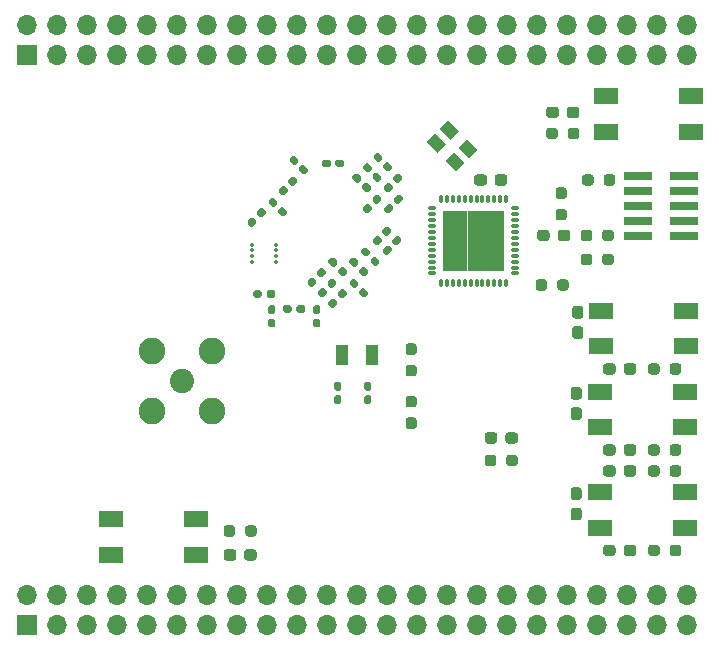
<source format=gbr>
%TF.GenerationSoftware,KiCad,Pcbnew,(5.1.9)-1*%
%TF.CreationDate,2021-09-23T16:30:08-05:00*%
%TF.ProjectId,zigbeeCape,7a696762-6565-4436-9170-652e6b696361,rev?*%
%TF.SameCoordinates,Original*%
%TF.FileFunction,Soldermask,Top*%
%TF.FilePolarity,Negative*%
%FSLAX46Y46*%
G04 Gerber Fmt 4.6, Leading zero omitted, Abs format (unit mm)*
G04 Created by KiCad (PCBNEW (5.1.9)-1) date 2021-09-23 16:30:08*
%MOMM*%
%LPD*%
G01*
G04 APERTURE LIST*
%ADD10C,0.515000*%
%ADD11R,1.030000X1.030000*%
%ADD12O,0.300000X0.750000*%
%ADD13O,0.750000X0.300000*%
%ADD14C,2.050000*%
%ADD15C,2.250000*%
%ADD16R,2.400046X0.739902*%
%ADD17C,0.100000*%
%ADD18R,1.700000X1.700000*%
%ADD19O,1.700000X1.700000*%
%ADD20R,2.000000X1.400000*%
%ADD21O,0.400000X0.300000*%
%ADD22R,1.000000X1.800000*%
G04 APERTURE END LIST*
D10*
%TO.C,U1*%
X43670000Y32400000D03*
X43670000Y33430000D03*
X43670000Y34460000D03*
X43670000Y35490000D03*
X43670000Y36520000D03*
X42640000Y32400000D03*
X42640000Y33430000D03*
X42640000Y34460000D03*
X42640000Y35490000D03*
X42640000Y36520000D03*
X41610000Y32400000D03*
X41610000Y33430000D03*
X41610000Y34460000D03*
X41610000Y35490000D03*
X41610000Y36520000D03*
X40580000Y32400000D03*
X40580000Y33430000D03*
X40580000Y34460000D03*
X40580000Y35490000D03*
X40580000Y36520000D03*
X39550000Y32400000D03*
X39550000Y33430000D03*
X39550000Y34460000D03*
X39550000Y35490000D03*
X39550000Y36520000D03*
D11*
X43670000Y32400000D03*
X43670000Y33430000D03*
X43670000Y34460000D03*
X43670000Y35490000D03*
X43670000Y36520000D03*
X42640000Y32400000D03*
X42640000Y33430000D03*
X42640000Y34460000D03*
X42640000Y35490000D03*
X42640000Y36520000D03*
X41610000Y32400000D03*
X41610000Y33430000D03*
X41610000Y34460000D03*
X41610000Y35490000D03*
X41610000Y36520000D03*
X40580000Y32400000D03*
X40580000Y33430000D03*
X40580000Y34460000D03*
X40580000Y35490000D03*
X40580000Y36520000D03*
X39550000Y32400000D03*
X39550000Y33430000D03*
X39550000Y34460000D03*
X39550000Y35490000D03*
X39550000Y36520000D03*
D12*
X38860000Y37985000D03*
X39360000Y37985000D03*
X39860000Y37985000D03*
X40360000Y37985000D03*
X40860000Y37985000D03*
X41360000Y37985000D03*
X41860000Y37985000D03*
X42360000Y37985000D03*
X42860000Y37985000D03*
X43360000Y37985000D03*
X43860000Y37985000D03*
X44360000Y37985000D03*
D13*
X45135000Y37210000D03*
X45135000Y36710000D03*
X45135000Y36210000D03*
X45135000Y35710000D03*
X45135000Y35210000D03*
X45135000Y34710000D03*
X45135000Y34210000D03*
X45135000Y33710000D03*
X45135000Y33210000D03*
X45135000Y32710000D03*
X45135000Y32210000D03*
X45135000Y31710000D03*
D12*
X44360000Y30935000D03*
X43860000Y30935000D03*
X43360000Y30935000D03*
X42860000Y30935000D03*
X42360000Y30935000D03*
X41860000Y30935000D03*
X41360000Y30935000D03*
X40860000Y30935000D03*
X40360000Y30935000D03*
X39860000Y30935000D03*
X39360000Y30935000D03*
X38860000Y30935000D03*
D13*
X38085000Y31710000D03*
X38085000Y32210000D03*
X38085000Y32710000D03*
X38085000Y33210000D03*
X38085000Y33710000D03*
X38085000Y34210000D03*
X38085000Y34710000D03*
X38085000Y35210000D03*
X38085000Y35710000D03*
X38085000Y36210000D03*
X38085000Y36710000D03*
X38085000Y37210000D03*
%TD*%
D14*
%TO.C,U3*%
X16891000Y22606000D03*
D15*
X19431000Y20066000D03*
X19431000Y25146000D03*
X14351000Y25146000D03*
X14351000Y20066000D03*
%TD*%
%TO.C,C14*%
G36*
G01*
X29944000Y21390000D02*
X30254000Y21390000D01*
G75*
G02*
X30409000Y21235000I0J-155000D01*
G01*
X30409000Y20810000D01*
G75*
G02*
X30254000Y20655000I-155000J0D01*
G01*
X29944000Y20655000D01*
G75*
G02*
X29789000Y20810000I0J155000D01*
G01*
X29789000Y21235000D01*
G75*
G02*
X29944000Y21390000I155000J0D01*
G01*
G37*
G36*
G01*
X29944000Y22525000D02*
X30254000Y22525000D01*
G75*
G02*
X30409000Y22370000I0J-155000D01*
G01*
X30409000Y21945000D01*
G75*
G02*
X30254000Y21790000I-155000J0D01*
G01*
X29944000Y21790000D01*
G75*
G02*
X29789000Y21945000I0J155000D01*
G01*
X29789000Y22370000D01*
G75*
G02*
X29944000Y22525000I155000J0D01*
G01*
G37*
%TD*%
%TO.C,C12*%
G36*
G01*
X32484000Y21390000D02*
X32794000Y21390000D01*
G75*
G02*
X32949000Y21235000I0J-155000D01*
G01*
X32949000Y20810000D01*
G75*
G02*
X32794000Y20655000I-155000J0D01*
G01*
X32484000Y20655000D01*
G75*
G02*
X32329000Y20810000I0J155000D01*
G01*
X32329000Y21235000D01*
G75*
G02*
X32484000Y21390000I155000J0D01*
G01*
G37*
G36*
G01*
X32484000Y22525000D02*
X32794000Y22525000D01*
G75*
G02*
X32949000Y22370000I0J-155000D01*
G01*
X32949000Y21945000D01*
G75*
G02*
X32794000Y21790000I-155000J0D01*
G01*
X32484000Y21790000D01*
G75*
G02*
X32329000Y21945000I0J155000D01*
G01*
X32329000Y22370000D01*
G75*
G02*
X32484000Y22525000I155000J0D01*
G01*
G37*
%TD*%
D16*
%TO.C,J1*%
X55504080Y34876994D03*
X59403996Y34876994D03*
X55504080Y36146994D03*
X59403996Y36146994D03*
X55504080Y37416994D03*
X59403996Y37416994D03*
X55504080Y38686740D03*
X59403996Y38686994D03*
X55504080Y39956990D03*
X59403996Y39956740D03*
%TD*%
%TO.C,C5*%
G36*
G01*
X41653000Y39386500D02*
X41653000Y39861500D01*
G75*
G02*
X41890500Y40099000I237500J0D01*
G01*
X42490500Y40099000D01*
G75*
G02*
X42728000Y39861500I0J-237500D01*
G01*
X42728000Y39386500D01*
G75*
G02*
X42490500Y39149000I-237500J0D01*
G01*
X41890500Y39149000D01*
G75*
G02*
X41653000Y39386500I0J237500D01*
G01*
G37*
G36*
G01*
X43378000Y39386500D02*
X43378000Y39861500D01*
G75*
G02*
X43615500Y40099000I237500J0D01*
G01*
X44215500Y40099000D01*
G75*
G02*
X44453000Y39861500I0J-237500D01*
G01*
X44453000Y39386500D01*
G75*
G02*
X44215500Y39149000I-237500J0D01*
G01*
X43615500Y39149000D01*
G75*
G02*
X43378000Y39386500I0J237500D01*
G01*
G37*
%TD*%
%TO.C,L12*%
G36*
G01*
X26226000Y28862000D02*
X26226000Y28542000D01*
G75*
G02*
X26066000Y28382000I-160000J0D01*
G01*
X25621000Y28382000D01*
G75*
G02*
X25461000Y28542000I0J160000D01*
G01*
X25461000Y28862000D01*
G75*
G02*
X25621000Y29022000I160000J0D01*
G01*
X26066000Y29022000D01*
G75*
G02*
X26226000Y28862000I0J-160000D01*
G01*
G37*
G36*
G01*
X27371000Y28862000D02*
X27371000Y28542000D01*
G75*
G02*
X27211000Y28382000I-160000J0D01*
G01*
X26766000Y28382000D01*
G75*
G02*
X26606000Y28542000I0J160000D01*
G01*
X26606000Y28862000D01*
G75*
G02*
X26766000Y29022000I160000J0D01*
G01*
X27211000Y29022000D01*
G75*
G02*
X27371000Y28862000I0J-160000D01*
G01*
G37*
%TD*%
%TO.C,L11*%
G36*
G01*
X29851512Y29569786D02*
X30077786Y29343512D01*
G75*
G02*
X30077786Y29117238I-113137J-113137D01*
G01*
X29763124Y28802576D01*
G75*
G02*
X29536850Y28802576I-113137J113137D01*
G01*
X29310576Y29028850D01*
G75*
G02*
X29310576Y29255124I113137J113137D01*
G01*
X29625238Y29569786D01*
G75*
G02*
X29851512Y29569786I113137J-113137D01*
G01*
G37*
G36*
G01*
X30661150Y30379424D02*
X30887424Y30153150D01*
G75*
G02*
X30887424Y29926876I-113137J-113137D01*
G01*
X30572762Y29612214D01*
G75*
G02*
X30346488Y29612214I-113137J113137D01*
G01*
X30120214Y29838488D01*
G75*
G02*
X30120214Y30064762I113137J113137D01*
G01*
X30434876Y30379424D01*
G75*
G02*
X30661150Y30379424I113137J-113137D01*
G01*
G37*
%TD*%
%TO.C,L9*%
G36*
G01*
X30120214Y32010512D02*
X30346488Y32236786D01*
G75*
G02*
X30572762Y32236786I113137J-113137D01*
G01*
X30887424Y31922124D01*
G75*
G02*
X30887424Y31695850I-113137J-113137D01*
G01*
X30661150Y31469576D01*
G75*
G02*
X30434876Y31469576I-113137J113137D01*
G01*
X30120214Y31784238D01*
G75*
G02*
X30120214Y32010512I113137J113137D01*
G01*
G37*
G36*
G01*
X29310576Y32820150D02*
X29536850Y33046424D01*
G75*
G02*
X29763124Y33046424I113137J-113137D01*
G01*
X30077786Y32731762D01*
G75*
G02*
X30077786Y32505488I-113137J-113137D01*
G01*
X29851512Y32279214D01*
G75*
G02*
X29625238Y32279214I-113137J113137D01*
G01*
X29310576Y32593876D01*
G75*
G02*
X29310576Y32820150I113137J113137D01*
G01*
G37*
%TD*%
%TO.C,L8*%
G36*
G01*
X31898214Y32010512D02*
X32124488Y32236786D01*
G75*
G02*
X32350762Y32236786I113137J-113137D01*
G01*
X32665424Y31922124D01*
G75*
G02*
X32665424Y31695850I-113137J-113137D01*
G01*
X32439150Y31469576D01*
G75*
G02*
X32212876Y31469576I-113137J113137D01*
G01*
X31898214Y31784238D01*
G75*
G02*
X31898214Y32010512I113137J113137D01*
G01*
G37*
G36*
G01*
X31088576Y32820150D02*
X31314850Y33046424D01*
G75*
G02*
X31541124Y33046424I113137J-113137D01*
G01*
X31855786Y32731762D01*
G75*
G02*
X31855786Y32505488I-113137J-113137D01*
G01*
X31629512Y32279214D01*
G75*
G02*
X31403238Y32279214I-113137J113137D01*
G01*
X31088576Y32593876D01*
G75*
G02*
X31088576Y32820150I113137J113137D01*
G01*
G37*
%TD*%
%TO.C,L6*%
G36*
G01*
X34452512Y34058786D02*
X34678786Y33832512D01*
G75*
G02*
X34678786Y33606238I-113137J-113137D01*
G01*
X34364124Y33291576D01*
G75*
G02*
X34137850Y33291576I-113137J113137D01*
G01*
X33911576Y33517850D01*
G75*
G02*
X33911576Y33744124I113137J113137D01*
G01*
X34226238Y34058786D01*
G75*
G02*
X34452512Y34058786I113137J-113137D01*
G01*
G37*
G36*
G01*
X35262150Y34868424D02*
X35488424Y34642150D01*
G75*
G02*
X35488424Y34415876I-113137J-113137D01*
G01*
X35173762Y34101214D01*
G75*
G02*
X34947488Y34101214I-113137J113137D01*
G01*
X34721214Y34327488D01*
G75*
G02*
X34721214Y34553762I113137J113137D01*
G01*
X35035876Y34868424D01*
G75*
G02*
X35262150Y34868424I113137J-113137D01*
G01*
G37*
%TD*%
%TO.C,L5*%
G36*
G01*
X33612512Y34868786D02*
X33838786Y34642512D01*
G75*
G02*
X33838786Y34416238I-113137J-113137D01*
G01*
X33524124Y34101576D01*
G75*
G02*
X33297850Y34101576I-113137J113137D01*
G01*
X33071576Y34327850D01*
G75*
G02*
X33071576Y34554124I113137J113137D01*
G01*
X33386238Y34868786D01*
G75*
G02*
X33612512Y34868786I113137J-113137D01*
G01*
G37*
G36*
G01*
X34422150Y35678424D02*
X34648424Y35452150D01*
G75*
G02*
X34648424Y35225876I-113137J-113137D01*
G01*
X34333762Y34911214D01*
G75*
G02*
X34107488Y34911214I-113137J113137D01*
G01*
X33881214Y35137488D01*
G75*
G02*
X33881214Y35363762I113137J113137D01*
G01*
X34195876Y35678424D01*
G75*
G02*
X34422150Y35678424I113137J-113137D01*
G01*
G37*
%TD*%
%TO.C,L2*%
G36*
G01*
X34592512Y37570786D02*
X34818786Y37344512D01*
G75*
G02*
X34818786Y37118238I-113137J-113137D01*
G01*
X34504124Y36803576D01*
G75*
G02*
X34277850Y36803576I-113137J113137D01*
G01*
X34051576Y37029850D01*
G75*
G02*
X34051576Y37256124I113137J113137D01*
G01*
X34366238Y37570786D01*
G75*
G02*
X34592512Y37570786I113137J-113137D01*
G01*
G37*
G36*
G01*
X35402150Y38380424D02*
X35628424Y38154150D01*
G75*
G02*
X35628424Y37927876I-113137J-113137D01*
G01*
X35313762Y37613214D01*
G75*
G02*
X35087488Y37613214I-113137J113137D01*
G01*
X34861214Y37839488D01*
G75*
G02*
X34861214Y38065762I113137J113137D01*
G01*
X35175876Y38380424D01*
G75*
G02*
X35402150Y38380424I113137J-113137D01*
G01*
G37*
%TD*%
%TO.C,C29*%
G36*
G01*
X23676000Y30127000D02*
X23676000Y29817000D01*
G75*
G02*
X23521000Y29662000I-155000J0D01*
G01*
X23096000Y29662000D01*
G75*
G02*
X22941000Y29817000I0J155000D01*
G01*
X22941000Y30127000D01*
G75*
G02*
X23096000Y30282000I155000J0D01*
G01*
X23521000Y30282000D01*
G75*
G02*
X23676000Y30127000I0J-155000D01*
G01*
G37*
G36*
G01*
X24811000Y30127000D02*
X24811000Y29817000D01*
G75*
G02*
X24656000Y29662000I-155000J0D01*
G01*
X24231000Y29662000D01*
G75*
G02*
X24076000Y29817000I0J155000D01*
G01*
X24076000Y30127000D01*
G75*
G02*
X24231000Y30282000I155000J0D01*
G01*
X24656000Y30282000D01*
G75*
G02*
X24811000Y30127000I0J-155000D01*
G01*
G37*
%TD*%
%TO.C,C28*%
G36*
G01*
X24356000Y27867000D02*
X24666000Y27867000D01*
G75*
G02*
X24821000Y27712000I0J-155000D01*
G01*
X24821000Y27287000D01*
G75*
G02*
X24666000Y27132000I-155000J0D01*
G01*
X24356000Y27132000D01*
G75*
G02*
X24201000Y27287000I0J155000D01*
G01*
X24201000Y27712000D01*
G75*
G02*
X24356000Y27867000I155000J0D01*
G01*
G37*
G36*
G01*
X24356000Y29002000D02*
X24666000Y29002000D01*
G75*
G02*
X24821000Y28847000I0J-155000D01*
G01*
X24821000Y28422000D01*
G75*
G02*
X24666000Y28267000I-155000J0D01*
G01*
X24356000Y28267000D01*
G75*
G02*
X24201000Y28422000I0J155000D01*
G01*
X24201000Y28847000D01*
G75*
G02*
X24356000Y29002000I155000J0D01*
G01*
G37*
%TD*%
%TO.C,C27*%
G36*
G01*
X28166000Y27867000D02*
X28476000Y27867000D01*
G75*
G02*
X28631000Y27712000I0J-155000D01*
G01*
X28631000Y27287000D01*
G75*
G02*
X28476000Y27132000I-155000J0D01*
G01*
X28166000Y27132000D01*
G75*
G02*
X28011000Y27287000I0J155000D01*
G01*
X28011000Y27712000D01*
G75*
G02*
X28166000Y27867000I155000J0D01*
G01*
G37*
G36*
G01*
X28166000Y29002000D02*
X28476000Y29002000D01*
G75*
G02*
X28631000Y28847000I0J-155000D01*
G01*
X28631000Y28422000D01*
G75*
G02*
X28476000Y28267000I-155000J0D01*
G01*
X28166000Y28267000D01*
G75*
G02*
X28011000Y28422000I0J155000D01*
G01*
X28011000Y28847000D01*
G75*
G02*
X28166000Y29002000I155000J0D01*
G01*
G37*
%TD*%
%TO.C,C26*%
G36*
G01*
X22989978Y36417181D02*
X23209181Y36197978D01*
G75*
G02*
X23209181Y35978774I-109602J-109602D01*
G01*
X22908660Y35678253D01*
G75*
G02*
X22689456Y35678253I-109602J109602D01*
G01*
X22470253Y35897456D01*
G75*
G02*
X22470253Y36116660I109602J109602D01*
G01*
X22770774Y36417181D01*
G75*
G02*
X22989978Y36417181I109602J-109602D01*
G01*
G37*
G36*
G01*
X23792544Y37219747D02*
X24011747Y37000544D01*
G75*
G02*
X24011747Y36781340I-109602J-109602D01*
G01*
X23711226Y36480819D01*
G75*
G02*
X23492022Y36480819I-109602J109602D01*
G01*
X23272819Y36700022D01*
G75*
G02*
X23272819Y36919226I109602J109602D01*
G01*
X23573340Y37219747D01*
G75*
G02*
X23792544Y37219747I109602J-109602D01*
G01*
G37*
%TD*%
%TO.C,C25*%
G36*
G01*
X25050819Y37086978D02*
X25270022Y37306181D01*
G75*
G02*
X25489226Y37306181I109602J-109602D01*
G01*
X25789747Y37005660D01*
G75*
G02*
X25789747Y36786456I-109602J-109602D01*
G01*
X25570544Y36567253D01*
G75*
G02*
X25351340Y36567253I-109602J109602D01*
G01*
X25050819Y36867774D01*
G75*
G02*
X25050819Y37086978I109602J109602D01*
G01*
G37*
G36*
G01*
X24248253Y37889544D02*
X24467456Y38108747D01*
G75*
G02*
X24686660Y38108747I109602J-109602D01*
G01*
X24987181Y37808226D01*
G75*
G02*
X24987181Y37589022I-109602J-109602D01*
G01*
X24767978Y37369819D01*
G75*
G02*
X24548774Y37369819I-109602J109602D01*
G01*
X24248253Y37670340D01*
G75*
G02*
X24248253Y37889544I109602J109602D01*
G01*
G37*
%TD*%
%TO.C,C24*%
G36*
G01*
X28958978Y30448181D02*
X29178181Y30228978D01*
G75*
G02*
X29178181Y30009774I-109602J-109602D01*
G01*
X28877660Y29709253D01*
G75*
G02*
X28658456Y29709253I-109602J109602D01*
G01*
X28439253Y29928456D01*
G75*
G02*
X28439253Y30147660I109602J109602D01*
G01*
X28739774Y30448181D01*
G75*
G02*
X28958978Y30448181I109602J-109602D01*
G01*
G37*
G36*
G01*
X29761544Y31250747D02*
X29980747Y31031544D01*
G75*
G02*
X29980747Y30812340I-109602J-109602D01*
G01*
X29680226Y30511819D01*
G75*
G02*
X29461022Y30511819I-109602J109602D01*
G01*
X29241819Y30731022D01*
G75*
G02*
X29241819Y30950226I109602J109602D01*
G01*
X29542340Y31250747D01*
G75*
G02*
X29761544Y31250747I109602J-109602D01*
G01*
G37*
%TD*%
%TO.C,C23*%
G36*
G01*
X31908819Y30228978D02*
X32128022Y30448181D01*
G75*
G02*
X32347226Y30448181I109602J-109602D01*
G01*
X32647747Y30147660D01*
G75*
G02*
X32647747Y29928456I-109602J-109602D01*
G01*
X32428544Y29709253D01*
G75*
G02*
X32209340Y29709253I-109602J109602D01*
G01*
X31908819Y30009774D01*
G75*
G02*
X31908819Y30228978I109602J109602D01*
G01*
G37*
G36*
G01*
X31106253Y31031544D02*
X31325456Y31250747D01*
G75*
G02*
X31544660Y31250747I109602J-109602D01*
G01*
X31845181Y30950226D01*
G75*
G02*
X31845181Y30731022I-109602J-109602D01*
G01*
X31625978Y30511819D01*
G75*
G02*
X31406774Y30511819I-109602J109602D01*
G01*
X31106253Y30812340D01*
G75*
G02*
X31106253Y31031544I109602J109602D01*
G01*
G37*
%TD*%
%TO.C,C22*%
G36*
G01*
X28572022Y31400819D02*
X28352819Y31620022D01*
G75*
G02*
X28352819Y31839226I109602J109602D01*
G01*
X28653340Y32139747D01*
G75*
G02*
X28872544Y32139747I109602J-109602D01*
G01*
X29091747Y31920544D01*
G75*
G02*
X29091747Y31701340I-109602J-109602D01*
G01*
X28791226Y31400819D01*
G75*
G02*
X28572022Y31400819I-109602J109602D01*
G01*
G37*
G36*
G01*
X27769456Y30598253D02*
X27550253Y30817456D01*
G75*
G02*
X27550253Y31036660I109602J109602D01*
G01*
X27850774Y31337181D01*
G75*
G02*
X28069978Y31337181I109602J-109602D01*
G01*
X28289181Y31117978D01*
G75*
G02*
X28289181Y30898774I-109602J-109602D01*
G01*
X27988660Y30598253D01*
G75*
G02*
X27769456Y30598253I-109602J109602D01*
G01*
G37*
%TD*%
%TO.C,C21*%
G36*
G01*
X26765181Y41145022D02*
X26545978Y40925819D01*
G75*
G02*
X26326774Y40925819I-109602J109602D01*
G01*
X26026253Y41226340D01*
G75*
G02*
X26026253Y41445544I109602J109602D01*
G01*
X26245456Y41664747D01*
G75*
G02*
X26464660Y41664747I109602J-109602D01*
G01*
X26765181Y41364226D01*
G75*
G02*
X26765181Y41145022I-109602J-109602D01*
G01*
G37*
G36*
G01*
X27567747Y40342456D02*
X27348544Y40123253D01*
G75*
G02*
X27129340Y40123253I-109602J109602D01*
G01*
X26828819Y40423774D01*
G75*
G02*
X26828819Y40642978I109602J109602D01*
G01*
X27048022Y40862181D01*
G75*
G02*
X27267226Y40862181I109602J-109602D01*
G01*
X27567747Y40561660D01*
G75*
G02*
X27567747Y40342456I-109602J-109602D01*
G01*
G37*
%TD*%
%TO.C,C20*%
G36*
G01*
X32881819Y32868978D02*
X33101022Y33088181D01*
G75*
G02*
X33320226Y33088181I109602J-109602D01*
G01*
X33620747Y32787660D01*
G75*
G02*
X33620747Y32568456I-109602J-109602D01*
G01*
X33401544Y32349253D01*
G75*
G02*
X33182340Y32349253I-109602J109602D01*
G01*
X32881819Y32649774D01*
G75*
G02*
X32881819Y32868978I109602J109602D01*
G01*
G37*
G36*
G01*
X32079253Y33671544D02*
X32298456Y33890747D01*
G75*
G02*
X32517660Y33890747I109602J-109602D01*
G01*
X32818181Y33590226D01*
G75*
G02*
X32818181Y33371022I-109602J-109602D01*
G01*
X32598978Y33151819D01*
G75*
G02*
X32379774Y33151819I-109602J109602D01*
G01*
X32079253Y33452340D01*
G75*
G02*
X32079253Y33671544I109602J109602D01*
G01*
G37*
%TD*%
%TO.C,C19*%
G36*
G01*
X32988181Y40510022D02*
X32768978Y40290819D01*
G75*
G02*
X32549774Y40290819I-109602J109602D01*
G01*
X32249253Y40591340D01*
G75*
G02*
X32249253Y40810544I109602J109602D01*
G01*
X32468456Y41029747D01*
G75*
G02*
X32687660Y41029747I109602J-109602D01*
G01*
X32988181Y40729226D01*
G75*
G02*
X32988181Y40510022I-109602J-109602D01*
G01*
G37*
G36*
G01*
X33790747Y39707456D02*
X33571544Y39488253D01*
G75*
G02*
X33352340Y39488253I-109602J109602D01*
G01*
X33051819Y39788774D01*
G75*
G02*
X33051819Y40007978I109602J109602D01*
G01*
X33271022Y40227181D01*
G75*
G02*
X33490226Y40227181I109602J-109602D01*
G01*
X33790747Y39926660D01*
G75*
G02*
X33790747Y39707456I-109602J-109602D01*
G01*
G37*
%TD*%
%TO.C,C18*%
G36*
G01*
X32768978Y37560181D02*
X32988181Y37340978D01*
G75*
G02*
X32988181Y37121774I-109602J-109602D01*
G01*
X32687660Y36821253D01*
G75*
G02*
X32468456Y36821253I-109602J109602D01*
G01*
X32249253Y37040456D01*
G75*
G02*
X32249253Y37259660I109602J109602D01*
G01*
X32549774Y37560181D01*
G75*
G02*
X32768978Y37560181I109602J-109602D01*
G01*
G37*
G36*
G01*
X33571544Y38362747D02*
X33790747Y38143544D01*
G75*
G02*
X33790747Y37924340I-109602J-109602D01*
G01*
X33490226Y37623819D01*
G75*
G02*
X33271022Y37623819I-109602J109602D01*
G01*
X33051819Y37843022D01*
G75*
G02*
X33051819Y38062226I109602J109602D01*
G01*
X33352340Y38362747D01*
G75*
G02*
X33571544Y38362747I109602J-109602D01*
G01*
G37*
%TD*%
%TO.C,C17*%
G36*
G01*
X33940819Y40896978D02*
X34160022Y41116181D01*
G75*
G02*
X34379226Y41116181I109602J-109602D01*
G01*
X34679747Y40815660D01*
G75*
G02*
X34679747Y40596456I-109602J-109602D01*
G01*
X34460544Y40377253D01*
G75*
G02*
X34241340Y40377253I-109602J109602D01*
G01*
X33940819Y40677774D01*
G75*
G02*
X33940819Y40896978I109602J109602D01*
G01*
G37*
G36*
G01*
X33138253Y41699544D02*
X33357456Y41918747D01*
G75*
G02*
X33576660Y41918747I109602J-109602D01*
G01*
X33877181Y41618226D01*
G75*
G02*
X33877181Y41399022I-109602J-109602D01*
G01*
X33657978Y41179819D01*
G75*
G02*
X33438774Y41179819I-109602J109602D01*
G01*
X33138253Y41480340D01*
G75*
G02*
X33138253Y41699544I109602J109602D01*
G01*
G37*
%TD*%
D17*
%TO.C,Y2*%
G36*
X38552175Y41940703D02*
G01*
X37632936Y42859942D01*
X38340043Y43567049D01*
X39259282Y42647810D01*
X38552175Y41940703D01*
G37*
G36*
X40143165Y40349712D02*
G01*
X39223926Y41268951D01*
X39931033Y41976058D01*
X40850272Y41056819D01*
X40143165Y40349712D01*
G37*
G36*
X41239181Y41445728D02*
G01*
X40319942Y42364967D01*
X41027049Y43072074D01*
X41946288Y42152835D01*
X41239181Y41445728D01*
G37*
G36*
X39648190Y43036718D02*
G01*
X38728951Y43955957D01*
X39436058Y44663064D01*
X40355297Y43743825D01*
X39648190Y43036718D01*
G37*
%TD*%
D18*
%TO.C,U5*%
X3810000Y1905000D03*
D19*
X3810000Y4445000D03*
X6350000Y1905000D03*
X6350000Y4445000D03*
X8890000Y1905000D03*
X8890000Y4445000D03*
X11430000Y1905000D03*
X11430000Y4445000D03*
X13970000Y1905000D03*
X13970000Y4445000D03*
X16510000Y1905000D03*
X16510000Y4445000D03*
X19050000Y1905000D03*
X19050000Y4445000D03*
X21590000Y1905000D03*
X21590000Y4445000D03*
X24130000Y1905000D03*
X24130000Y4445000D03*
X26670000Y1905000D03*
X26670000Y4445000D03*
X29210000Y1905000D03*
X29210000Y4445000D03*
X31750000Y1905000D03*
X31750000Y4445000D03*
X34290000Y1905000D03*
X34290000Y4445000D03*
X36830000Y1905000D03*
X36830000Y4445000D03*
X39370000Y1905000D03*
X39370000Y4445000D03*
X41910000Y1905000D03*
X41910000Y4445000D03*
X44450000Y1905000D03*
X44450000Y4445000D03*
X46990000Y1905000D03*
X46990000Y4445000D03*
X49530000Y1905000D03*
X49530000Y4445000D03*
X52070000Y1905000D03*
X52070000Y4445000D03*
X54610000Y1905000D03*
X54610000Y4445000D03*
X57150000Y1905000D03*
X57150000Y4445000D03*
X59690000Y1905000D03*
X59690000Y4445000D03*
%TD*%
D20*
%TO.C,SW1*%
X52407000Y25551000D03*
X59607000Y25551000D03*
X52407000Y28551000D03*
X59607000Y28551000D03*
%TD*%
%TO.C,D3*%
G36*
G01*
X48037000Y35162500D02*
X48037000Y34687500D01*
G75*
G02*
X47799500Y34450000I-237500J0D01*
G01*
X47224500Y34450000D01*
G75*
G02*
X46987000Y34687500I0J237500D01*
G01*
X46987000Y35162500D01*
G75*
G02*
X47224500Y35400000I237500J0D01*
G01*
X47799500Y35400000D01*
G75*
G02*
X48037000Y35162500I0J-237500D01*
G01*
G37*
G36*
G01*
X49787000Y35162500D02*
X49787000Y34687500D01*
G75*
G02*
X49549500Y34450000I-237500J0D01*
G01*
X48974500Y34450000D01*
G75*
G02*
X48737000Y34687500I0J237500D01*
G01*
X48737000Y35162500D01*
G75*
G02*
X48974500Y35400000I237500J0D01*
G01*
X49549500Y35400000D01*
G75*
G02*
X49787000Y35162500I0J-237500D01*
G01*
G37*
%TD*%
D19*
%TO.C,U4*%
X59690000Y52705000D03*
X59690000Y50165000D03*
X57150000Y52705000D03*
X57150000Y50165000D03*
X54610000Y52705000D03*
X54610000Y50165000D03*
X52070000Y52705000D03*
X52070000Y50165000D03*
X49530000Y52705000D03*
X49530000Y50165000D03*
X46990000Y52705000D03*
X46990000Y50165000D03*
X44450000Y52705000D03*
X44450000Y50165000D03*
X41910000Y52705000D03*
X41910000Y50165000D03*
X39370000Y52705000D03*
X39370000Y50165000D03*
X36830000Y52705000D03*
X36830000Y50165000D03*
X34290000Y52705000D03*
X34290000Y50165000D03*
X31750000Y52705000D03*
X31750000Y50165000D03*
X29210000Y52705000D03*
X29210000Y50165000D03*
X26670000Y52705000D03*
X26670000Y50165000D03*
X24130000Y52705000D03*
X24130000Y50165000D03*
X21590000Y52705000D03*
X21590000Y50165000D03*
X19050000Y52705000D03*
X19050000Y50165000D03*
X16510000Y52705000D03*
X16510000Y50165000D03*
X13970000Y52705000D03*
X13970000Y50165000D03*
X11430000Y52705000D03*
X11430000Y50165000D03*
X8890000Y52705000D03*
X8890000Y50165000D03*
X6350000Y52705000D03*
X6350000Y50165000D03*
X3810000Y52705000D03*
D18*
X3810000Y50165000D03*
%TD*%
%TO.C,C1*%
G36*
G01*
X50054500Y13592000D02*
X50529500Y13592000D01*
G75*
G02*
X50767000Y13354500I0J-237500D01*
G01*
X50767000Y12754500D01*
G75*
G02*
X50529500Y12517000I-237500J0D01*
G01*
X50054500Y12517000D01*
G75*
G02*
X49817000Y12754500I0J237500D01*
G01*
X49817000Y13354500D01*
G75*
G02*
X50054500Y13592000I237500J0D01*
G01*
G37*
G36*
G01*
X50054500Y11867000D02*
X50529500Y11867000D01*
G75*
G02*
X50767000Y11629500I0J-237500D01*
G01*
X50767000Y11029500D01*
G75*
G02*
X50529500Y10792000I-237500J0D01*
G01*
X50054500Y10792000D01*
G75*
G02*
X49817000Y11029500I0J237500D01*
G01*
X49817000Y11629500D01*
G75*
G02*
X50054500Y11867000I237500J0D01*
G01*
G37*
%TD*%
%TO.C,C2*%
G36*
G01*
X50656500Y27884000D02*
X50181500Y27884000D01*
G75*
G02*
X49944000Y28121500I0J237500D01*
G01*
X49944000Y28721500D01*
G75*
G02*
X50181500Y28959000I237500J0D01*
G01*
X50656500Y28959000D01*
G75*
G02*
X50894000Y28721500I0J-237500D01*
G01*
X50894000Y28121500D01*
G75*
G02*
X50656500Y27884000I-237500J0D01*
G01*
G37*
G36*
G01*
X50656500Y26159000D02*
X50181500Y26159000D01*
G75*
G02*
X49944000Y26396500I0J237500D01*
G01*
X49944000Y26996500D01*
G75*
G02*
X50181500Y27234000I237500J0D01*
G01*
X50656500Y27234000D01*
G75*
G02*
X50894000Y26996500I0J-237500D01*
G01*
X50894000Y26396500D01*
G75*
G02*
X50656500Y26159000I-237500J0D01*
G01*
G37*
%TD*%
%TO.C,C3*%
G36*
G01*
X50054500Y22101000D02*
X50529500Y22101000D01*
G75*
G02*
X50767000Y21863500I0J-237500D01*
G01*
X50767000Y21263500D01*
G75*
G02*
X50529500Y21026000I-237500J0D01*
G01*
X50054500Y21026000D01*
G75*
G02*
X49817000Y21263500I0J237500D01*
G01*
X49817000Y21863500D01*
G75*
G02*
X50054500Y22101000I237500J0D01*
G01*
G37*
G36*
G01*
X50054500Y20376000D02*
X50529500Y20376000D01*
G75*
G02*
X50767000Y20138500I0J-237500D01*
G01*
X50767000Y19538500D01*
G75*
G02*
X50529500Y19301000I-237500J0D01*
G01*
X50054500Y19301000D01*
G75*
G02*
X49817000Y19538500I0J237500D01*
G01*
X49817000Y20138500D01*
G75*
G02*
X50054500Y20376000I237500J0D01*
G01*
G37*
%TD*%
%TO.C,C4*%
G36*
G01*
X20444000Y7636500D02*
X20444000Y8111500D01*
G75*
G02*
X20681500Y8349000I237500J0D01*
G01*
X21281500Y8349000D01*
G75*
G02*
X21519000Y8111500I0J-237500D01*
G01*
X21519000Y7636500D01*
G75*
G02*
X21281500Y7399000I-237500J0D01*
G01*
X20681500Y7399000D01*
G75*
G02*
X20444000Y7636500I0J237500D01*
G01*
G37*
G36*
G01*
X22169000Y7636500D02*
X22169000Y8111500D01*
G75*
G02*
X22406500Y8349000I237500J0D01*
G01*
X23006500Y8349000D01*
G75*
G02*
X23244000Y8111500I0J-237500D01*
G01*
X23244000Y7636500D01*
G75*
G02*
X23006500Y7399000I-237500J0D01*
G01*
X22406500Y7399000D01*
G75*
G02*
X22169000Y7636500I0J237500D01*
G01*
G37*
%TD*%
%TO.C,C7*%
G36*
G01*
X50549000Y45576500D02*
X50549000Y45101500D01*
G75*
G02*
X50311500Y44864000I-237500J0D01*
G01*
X49711500Y44864000D01*
G75*
G02*
X49474000Y45101500I0J237500D01*
G01*
X49474000Y45576500D01*
G75*
G02*
X49711500Y45814000I237500J0D01*
G01*
X50311500Y45814000D01*
G75*
G02*
X50549000Y45576500I0J-237500D01*
G01*
G37*
G36*
G01*
X48824000Y45576500D02*
X48824000Y45101500D01*
G75*
G02*
X48586500Y44864000I-237500J0D01*
G01*
X47986500Y44864000D01*
G75*
G02*
X47749000Y45101500I0J237500D01*
G01*
X47749000Y45576500D01*
G75*
G02*
X47986500Y45814000I237500J0D01*
G01*
X48586500Y45814000D01*
G75*
G02*
X48824000Y45576500I0J-237500D01*
G01*
G37*
%TD*%
%TO.C,D1*%
G36*
G01*
X55375000Y15223500D02*
X55375000Y14748500D01*
G75*
G02*
X55137500Y14511000I-237500J0D01*
G01*
X54562500Y14511000D01*
G75*
G02*
X54325000Y14748500I0J237500D01*
G01*
X54325000Y15223500D01*
G75*
G02*
X54562500Y15461000I237500J0D01*
G01*
X55137500Y15461000D01*
G75*
G02*
X55375000Y15223500I0J-237500D01*
G01*
G37*
G36*
G01*
X53625000Y15223500D02*
X53625000Y14748500D01*
G75*
G02*
X53387500Y14511000I-237500J0D01*
G01*
X52812500Y14511000D01*
G75*
G02*
X52575000Y14748500I0J237500D01*
G01*
X52575000Y15223500D01*
G75*
G02*
X52812500Y15461000I237500J0D01*
G01*
X53387500Y15461000D01*
G75*
G02*
X53625000Y15223500I0J-237500D01*
G01*
G37*
%TD*%
%TO.C,D2*%
G36*
G01*
X53625000Y17001500D02*
X53625000Y16526500D01*
G75*
G02*
X53387500Y16289000I-237500J0D01*
G01*
X52812500Y16289000D01*
G75*
G02*
X52575000Y16526500I0J237500D01*
G01*
X52575000Y17001500D01*
G75*
G02*
X52812500Y17239000I237500J0D01*
G01*
X53387500Y17239000D01*
G75*
G02*
X53625000Y17001500I0J-237500D01*
G01*
G37*
G36*
G01*
X55375000Y17001500D02*
X55375000Y16526500D01*
G75*
G02*
X55137500Y16289000I-237500J0D01*
G01*
X54562500Y16289000D01*
G75*
G02*
X54325000Y16526500I0J237500D01*
G01*
X54325000Y17001500D01*
G75*
G02*
X54562500Y17239000I237500J0D01*
G01*
X55137500Y17239000D01*
G75*
G02*
X55375000Y17001500I0J-237500D01*
G01*
G37*
%TD*%
%TO.C,D4*%
G36*
G01*
X53625000Y23859500D02*
X53625000Y23384500D01*
G75*
G02*
X53387500Y23147000I-237500J0D01*
G01*
X52812500Y23147000D01*
G75*
G02*
X52575000Y23384500I0J237500D01*
G01*
X52575000Y23859500D01*
G75*
G02*
X52812500Y24097000I237500J0D01*
G01*
X53387500Y24097000D01*
G75*
G02*
X53625000Y23859500I0J-237500D01*
G01*
G37*
G36*
G01*
X55375000Y23859500D02*
X55375000Y23384500D01*
G75*
G02*
X55137500Y23147000I-237500J0D01*
G01*
X54562500Y23147000D01*
G75*
G02*
X54325000Y23384500I0J237500D01*
G01*
X54325000Y23859500D01*
G75*
G02*
X54562500Y24097000I237500J0D01*
G01*
X55137500Y24097000D01*
G75*
G02*
X55375000Y23859500I0J-237500D01*
G01*
G37*
%TD*%
%TO.C,D5*%
G36*
G01*
X53625000Y8492500D02*
X53625000Y8017500D01*
G75*
G02*
X53387500Y7780000I-237500J0D01*
G01*
X52812500Y7780000D01*
G75*
G02*
X52575000Y8017500I0J237500D01*
G01*
X52575000Y8492500D01*
G75*
G02*
X52812500Y8730000I237500J0D01*
G01*
X53387500Y8730000D01*
G75*
G02*
X53625000Y8492500I0J-237500D01*
G01*
G37*
G36*
G01*
X55375000Y8492500D02*
X55375000Y8017500D01*
G75*
G02*
X55137500Y7780000I-237500J0D01*
G01*
X54562500Y7780000D01*
G75*
G02*
X54325000Y8017500I0J237500D01*
G01*
X54325000Y8492500D01*
G75*
G02*
X54562500Y8730000I237500J0D01*
G01*
X55137500Y8730000D01*
G75*
G02*
X55375000Y8492500I0J-237500D01*
G01*
G37*
%TD*%
%TO.C,D6*%
G36*
G01*
X42556000Y17542500D02*
X42556000Y18017500D01*
G75*
G02*
X42793500Y18255000I237500J0D01*
G01*
X43368500Y18255000D01*
G75*
G02*
X43606000Y18017500I0J-237500D01*
G01*
X43606000Y17542500D01*
G75*
G02*
X43368500Y17305000I-237500J0D01*
G01*
X42793500Y17305000D01*
G75*
G02*
X42556000Y17542500I0J237500D01*
G01*
G37*
G36*
G01*
X44306000Y17542500D02*
X44306000Y18017500D01*
G75*
G02*
X44543500Y18255000I237500J0D01*
G01*
X45118500Y18255000D01*
G75*
G02*
X45356000Y18017500I0J-237500D01*
G01*
X45356000Y17542500D01*
G75*
G02*
X45118500Y17305000I-237500J0D01*
G01*
X44543500Y17305000D01*
G75*
G02*
X44306000Y17542500I0J237500D01*
G01*
G37*
%TD*%
%TO.C,L3*%
G36*
G01*
X35360150Y40158424D02*
X35586424Y39932150D01*
G75*
G02*
X35586424Y39705876I-113137J-113137D01*
G01*
X35271762Y39391214D01*
G75*
G02*
X35045488Y39391214I-113137J113137D01*
G01*
X34819214Y39617488D01*
G75*
G02*
X34819214Y39843762I113137J113137D01*
G01*
X35133876Y40158424D01*
G75*
G02*
X35360150Y40158424I113137J-113137D01*
G01*
G37*
G36*
G01*
X34550512Y39348786D02*
X34776786Y39122512D01*
G75*
G02*
X34776786Y38896238I-113137J-113137D01*
G01*
X34462124Y38581576D01*
G75*
G02*
X34235850Y38581576I-113137J113137D01*
G01*
X34009576Y38807850D01*
G75*
G02*
X34009576Y39034124I113137J113137D01*
G01*
X34324238Y39348786D01*
G75*
G02*
X34550512Y39348786I113137J-113137D01*
G01*
G37*
%TD*%
%TO.C,L4*%
G36*
G01*
X32109786Y39617488D02*
X31883512Y39391214D01*
G75*
G02*
X31657238Y39391214I-113137J113137D01*
G01*
X31342576Y39705876D01*
G75*
G02*
X31342576Y39932150I113137J113137D01*
G01*
X31568850Y40158424D01*
G75*
G02*
X31795124Y40158424I113137J-113137D01*
G01*
X32109786Y39843762D01*
G75*
G02*
X32109786Y39617488I-113137J-113137D01*
G01*
G37*
G36*
G01*
X32919424Y38807850D02*
X32693150Y38581576D01*
G75*
G02*
X32466876Y38581576I-113137J113137D01*
G01*
X32152214Y38896238D01*
G75*
G02*
X32152214Y39122512I113137J113137D01*
G01*
X32378488Y39348786D01*
G75*
G02*
X32604762Y39348786I113137J-113137D01*
G01*
X32919424Y39034124D01*
G75*
G02*
X32919424Y38807850I-113137J-113137D01*
G01*
G37*
%TD*%
%TO.C,L7*%
G36*
G01*
X30673000Y41181000D02*
X30673000Y40861000D01*
G75*
G02*
X30513000Y40701000I-160000J0D01*
G01*
X30068000Y40701000D01*
G75*
G02*
X29908000Y40861000I0J160000D01*
G01*
X29908000Y41181000D01*
G75*
G02*
X30068000Y41341000I160000J0D01*
G01*
X30513000Y41341000D01*
G75*
G02*
X30673000Y41181000I0J-160000D01*
G01*
G37*
G36*
G01*
X29528000Y41181000D02*
X29528000Y40861000D01*
G75*
G02*
X29368000Y40701000I-160000J0D01*
G01*
X28923000Y40701000D01*
G75*
G02*
X28763000Y40861000I0J160000D01*
G01*
X28763000Y41181000D01*
G75*
G02*
X28923000Y41341000I160000J0D01*
G01*
X29368000Y41341000D01*
G75*
G02*
X29528000Y41181000I0J-160000D01*
G01*
G37*
%TD*%
%TO.C,L10*%
G36*
G01*
X25660512Y39094786D02*
X25886786Y38868512D01*
G75*
G02*
X25886786Y38642238I-113137J-113137D01*
G01*
X25572124Y38327576D01*
G75*
G02*
X25345850Y38327576I-113137J113137D01*
G01*
X25119576Y38553850D01*
G75*
G02*
X25119576Y38780124I113137J113137D01*
G01*
X25434238Y39094786D01*
G75*
G02*
X25660512Y39094786I113137J-113137D01*
G01*
G37*
G36*
G01*
X26470150Y39904424D02*
X26696424Y39678150D01*
G75*
G02*
X26696424Y39451876I-113137J-113137D01*
G01*
X26381762Y39137214D01*
G75*
G02*
X26155488Y39137214I-113137J113137D01*
G01*
X25929214Y39363488D01*
G75*
G02*
X25929214Y39589762I113137J113137D01*
G01*
X26243876Y39904424D01*
G75*
G02*
X26470150Y39904424I113137J-113137D01*
G01*
G37*
%TD*%
%TO.C,R1*%
G36*
G01*
X21419000Y10143500D02*
X21419000Y9668500D01*
G75*
G02*
X21181500Y9431000I-237500J0D01*
G01*
X20681500Y9431000D01*
G75*
G02*
X20444000Y9668500I0J237500D01*
G01*
X20444000Y10143500D01*
G75*
G02*
X20681500Y10381000I237500J0D01*
G01*
X21181500Y10381000D01*
G75*
G02*
X21419000Y10143500I0J-237500D01*
G01*
G37*
G36*
G01*
X23244000Y10143500D02*
X23244000Y9668500D01*
G75*
G02*
X23006500Y9431000I-237500J0D01*
G01*
X22506500Y9431000D01*
G75*
G02*
X22269000Y9668500I0J237500D01*
G01*
X22269000Y10143500D01*
G75*
G02*
X22506500Y10381000I237500J0D01*
G01*
X23006500Y10381000D01*
G75*
G02*
X23244000Y10143500I0J-237500D01*
G01*
G37*
%TD*%
%TO.C,R2*%
G36*
G01*
X51772000Y39861500D02*
X51772000Y39386500D01*
G75*
G02*
X51534500Y39149000I-237500J0D01*
G01*
X51034500Y39149000D01*
G75*
G02*
X50797000Y39386500I0J237500D01*
G01*
X50797000Y39861500D01*
G75*
G02*
X51034500Y40099000I237500J0D01*
G01*
X51534500Y40099000D01*
G75*
G02*
X51772000Y39861500I0J-237500D01*
G01*
G37*
G36*
G01*
X53597000Y39861500D02*
X53597000Y39386500D01*
G75*
G02*
X53359500Y39149000I-237500J0D01*
G01*
X52859500Y39149000D01*
G75*
G02*
X52622000Y39386500I0J237500D01*
G01*
X52622000Y39861500D01*
G75*
G02*
X52859500Y40099000I237500J0D01*
G01*
X53359500Y40099000D01*
G75*
G02*
X53597000Y39861500I0J-237500D01*
G01*
G37*
%TD*%
%TO.C,R3*%
G36*
G01*
X50549000Y43798500D02*
X50549000Y43323500D01*
G75*
G02*
X50311500Y43086000I-237500J0D01*
G01*
X49811500Y43086000D01*
G75*
G02*
X49574000Y43323500I0J237500D01*
G01*
X49574000Y43798500D01*
G75*
G02*
X49811500Y44036000I237500J0D01*
G01*
X50311500Y44036000D01*
G75*
G02*
X50549000Y43798500I0J-237500D01*
G01*
G37*
G36*
G01*
X48724000Y43798500D02*
X48724000Y43323500D01*
G75*
G02*
X48486500Y43086000I-237500J0D01*
G01*
X47986500Y43086000D01*
G75*
G02*
X47749000Y43323500I0J237500D01*
G01*
X47749000Y43798500D01*
G75*
G02*
X47986500Y44036000I237500J0D01*
G01*
X48486500Y44036000D01*
G75*
G02*
X48724000Y43798500I0J-237500D01*
G01*
G37*
%TD*%
%TO.C,R4*%
G36*
G01*
X53470000Y35162500D02*
X53470000Y34687500D01*
G75*
G02*
X53232500Y34450000I-237500J0D01*
G01*
X52732500Y34450000D01*
G75*
G02*
X52495000Y34687500I0J237500D01*
G01*
X52495000Y35162500D01*
G75*
G02*
X52732500Y35400000I237500J0D01*
G01*
X53232500Y35400000D01*
G75*
G02*
X53470000Y35162500I0J-237500D01*
G01*
G37*
G36*
G01*
X51645000Y35162500D02*
X51645000Y34687500D01*
G75*
G02*
X51407500Y34450000I-237500J0D01*
G01*
X50907500Y34450000D01*
G75*
G02*
X50670000Y34687500I0J237500D01*
G01*
X50670000Y35162500D01*
G75*
G02*
X50907500Y35400000I237500J0D01*
G01*
X51407500Y35400000D01*
G75*
G02*
X51645000Y35162500I0J-237500D01*
G01*
G37*
%TD*%
%TO.C,R5*%
G36*
G01*
X47835000Y30971500D02*
X47835000Y30496500D01*
G75*
G02*
X47597500Y30259000I-237500J0D01*
G01*
X47097500Y30259000D01*
G75*
G02*
X46860000Y30496500I0J237500D01*
G01*
X46860000Y30971500D01*
G75*
G02*
X47097500Y31209000I237500J0D01*
G01*
X47597500Y31209000D01*
G75*
G02*
X47835000Y30971500I0J-237500D01*
G01*
G37*
G36*
G01*
X49660000Y30971500D02*
X49660000Y30496500D01*
G75*
G02*
X49422500Y30259000I-237500J0D01*
G01*
X48922500Y30259000D01*
G75*
G02*
X48685000Y30496500I0J237500D01*
G01*
X48685000Y30971500D01*
G75*
G02*
X48922500Y31209000I237500J0D01*
G01*
X49422500Y31209000D01*
G75*
G02*
X49660000Y30971500I0J-237500D01*
G01*
G37*
%TD*%
%TO.C,R6*%
G36*
G01*
X56385000Y14748500D02*
X56385000Y15223500D01*
G75*
G02*
X56622500Y15461000I237500J0D01*
G01*
X57122500Y15461000D01*
G75*
G02*
X57360000Y15223500I0J-237500D01*
G01*
X57360000Y14748500D01*
G75*
G02*
X57122500Y14511000I-237500J0D01*
G01*
X56622500Y14511000D01*
G75*
G02*
X56385000Y14748500I0J237500D01*
G01*
G37*
G36*
G01*
X58210000Y14748500D02*
X58210000Y15223500D01*
G75*
G02*
X58447500Y15461000I237500J0D01*
G01*
X58947500Y15461000D01*
G75*
G02*
X59185000Y15223500I0J-237500D01*
G01*
X59185000Y14748500D01*
G75*
G02*
X58947500Y14511000I-237500J0D01*
G01*
X58447500Y14511000D01*
G75*
G02*
X58210000Y14748500I0J237500D01*
G01*
G37*
%TD*%
%TO.C,R7*%
G36*
G01*
X53470000Y33130500D02*
X53470000Y32655500D01*
G75*
G02*
X53232500Y32418000I-237500J0D01*
G01*
X52732500Y32418000D01*
G75*
G02*
X52495000Y32655500I0J237500D01*
G01*
X52495000Y33130500D01*
G75*
G02*
X52732500Y33368000I237500J0D01*
G01*
X53232500Y33368000D01*
G75*
G02*
X53470000Y33130500I0J-237500D01*
G01*
G37*
G36*
G01*
X51645000Y33130500D02*
X51645000Y32655500D01*
G75*
G02*
X51407500Y32418000I-237500J0D01*
G01*
X50907500Y32418000D01*
G75*
G02*
X50670000Y32655500I0J237500D01*
G01*
X50670000Y33130500D01*
G75*
G02*
X50907500Y33368000I237500J0D01*
G01*
X51407500Y33368000D01*
G75*
G02*
X51645000Y33130500I0J-237500D01*
G01*
G37*
%TD*%
%TO.C,R8*%
G36*
G01*
X58210000Y16526500D02*
X58210000Y17001500D01*
G75*
G02*
X58447500Y17239000I237500J0D01*
G01*
X58947500Y17239000D01*
G75*
G02*
X59185000Y17001500I0J-237500D01*
G01*
X59185000Y16526500D01*
G75*
G02*
X58947500Y16289000I-237500J0D01*
G01*
X58447500Y16289000D01*
G75*
G02*
X58210000Y16526500I0J237500D01*
G01*
G37*
G36*
G01*
X56385000Y16526500D02*
X56385000Y17001500D01*
G75*
G02*
X56622500Y17239000I237500J0D01*
G01*
X57122500Y17239000D01*
G75*
G02*
X57360000Y17001500I0J-237500D01*
G01*
X57360000Y16526500D01*
G75*
G02*
X57122500Y16289000I-237500J0D01*
G01*
X56622500Y16289000D01*
G75*
G02*
X56385000Y16526500I0J237500D01*
G01*
G37*
%TD*%
%TO.C,R9*%
G36*
G01*
X49259500Y36192000D02*
X48784500Y36192000D01*
G75*
G02*
X48547000Y36429500I0J237500D01*
G01*
X48547000Y36929500D01*
G75*
G02*
X48784500Y37167000I237500J0D01*
G01*
X49259500Y37167000D01*
G75*
G02*
X49497000Y36929500I0J-237500D01*
G01*
X49497000Y36429500D01*
G75*
G02*
X49259500Y36192000I-237500J0D01*
G01*
G37*
G36*
G01*
X49259500Y38017000D02*
X48784500Y38017000D01*
G75*
G02*
X48547000Y38254500I0J237500D01*
G01*
X48547000Y38754500D01*
G75*
G02*
X48784500Y38992000I237500J0D01*
G01*
X49259500Y38992000D01*
G75*
G02*
X49497000Y38754500I0J-237500D01*
G01*
X49497000Y38254500D01*
G75*
G02*
X49259500Y38017000I-237500J0D01*
G01*
G37*
%TD*%
%TO.C,R10*%
G36*
G01*
X58210000Y23384500D02*
X58210000Y23859500D01*
G75*
G02*
X58447500Y24097000I237500J0D01*
G01*
X58947500Y24097000D01*
G75*
G02*
X59185000Y23859500I0J-237500D01*
G01*
X59185000Y23384500D01*
G75*
G02*
X58947500Y23147000I-237500J0D01*
G01*
X58447500Y23147000D01*
G75*
G02*
X58210000Y23384500I0J237500D01*
G01*
G37*
G36*
G01*
X56385000Y23384500D02*
X56385000Y23859500D01*
G75*
G02*
X56622500Y24097000I237500J0D01*
G01*
X57122500Y24097000D01*
G75*
G02*
X57360000Y23859500I0J-237500D01*
G01*
X57360000Y23384500D01*
G75*
G02*
X57122500Y23147000I-237500J0D01*
G01*
X56622500Y23147000D01*
G75*
G02*
X56385000Y23384500I0J237500D01*
G01*
G37*
%TD*%
%TO.C,R11*%
G36*
G01*
X56385000Y8017500D02*
X56385000Y8492500D01*
G75*
G02*
X56622500Y8730000I237500J0D01*
G01*
X57122500Y8730000D01*
G75*
G02*
X57360000Y8492500I0J-237500D01*
G01*
X57360000Y8017500D01*
G75*
G02*
X57122500Y7780000I-237500J0D01*
G01*
X56622500Y7780000D01*
G75*
G02*
X56385000Y8017500I0J237500D01*
G01*
G37*
G36*
G01*
X58210000Y8017500D02*
X58210000Y8492500D01*
G75*
G02*
X58447500Y8730000I237500J0D01*
G01*
X58947500Y8730000D01*
G75*
G02*
X59185000Y8492500I0J-237500D01*
G01*
X59185000Y8017500D01*
G75*
G02*
X58947500Y7780000I-237500J0D01*
G01*
X58447500Y7780000D01*
G75*
G02*
X58210000Y8017500I0J237500D01*
G01*
G37*
%TD*%
%TO.C,R12*%
G36*
G01*
X44367000Y15637500D02*
X44367000Y16112500D01*
G75*
G02*
X44604500Y16350000I237500J0D01*
G01*
X45104500Y16350000D01*
G75*
G02*
X45342000Y16112500I0J-237500D01*
G01*
X45342000Y15637500D01*
G75*
G02*
X45104500Y15400000I-237500J0D01*
G01*
X44604500Y15400000D01*
G75*
G02*
X44367000Y15637500I0J237500D01*
G01*
G37*
G36*
G01*
X42542000Y15637500D02*
X42542000Y16112500D01*
G75*
G02*
X42779500Y16350000I237500J0D01*
G01*
X43279500Y16350000D01*
G75*
G02*
X43517000Y16112500I0J-237500D01*
G01*
X43517000Y15637500D01*
G75*
G02*
X43279500Y15400000I-237500J0D01*
G01*
X42779500Y15400000D01*
G75*
G02*
X42542000Y15637500I0J237500D01*
G01*
G37*
%TD*%
%TO.C,R17*%
G36*
G01*
X36559500Y22984000D02*
X36084500Y22984000D01*
G75*
G02*
X35847000Y23221500I0J237500D01*
G01*
X35847000Y23721500D01*
G75*
G02*
X36084500Y23959000I237500J0D01*
G01*
X36559500Y23959000D01*
G75*
G02*
X36797000Y23721500I0J-237500D01*
G01*
X36797000Y23221500D01*
G75*
G02*
X36559500Y22984000I-237500J0D01*
G01*
G37*
G36*
G01*
X36559500Y24809000D02*
X36084500Y24809000D01*
G75*
G02*
X35847000Y25046500I0J237500D01*
G01*
X35847000Y25546500D01*
G75*
G02*
X36084500Y25784000I237500J0D01*
G01*
X36559500Y25784000D01*
G75*
G02*
X36797000Y25546500I0J-237500D01*
G01*
X36797000Y25046500D01*
G75*
G02*
X36559500Y24809000I-237500J0D01*
G01*
G37*
%TD*%
%TO.C,R19*%
G36*
G01*
X36084500Y19514000D02*
X36559500Y19514000D01*
G75*
G02*
X36797000Y19276500I0J-237500D01*
G01*
X36797000Y18776500D01*
G75*
G02*
X36559500Y18539000I-237500J0D01*
G01*
X36084500Y18539000D01*
G75*
G02*
X35847000Y18776500I0J237500D01*
G01*
X35847000Y19276500D01*
G75*
G02*
X36084500Y19514000I237500J0D01*
G01*
G37*
G36*
G01*
X36084500Y21339000D02*
X36559500Y21339000D01*
G75*
G02*
X36797000Y21101500I0J-237500D01*
G01*
X36797000Y20601500D01*
G75*
G02*
X36559500Y20364000I-237500J0D01*
G01*
X36084500Y20364000D01*
G75*
G02*
X35847000Y20601500I0J237500D01*
G01*
X35847000Y21101500D01*
G75*
G02*
X36084500Y21339000I237500J0D01*
G01*
G37*
%TD*%
D20*
%TO.C,SW3*%
X52280000Y10184000D03*
X59480000Y10184000D03*
X52280000Y13184000D03*
X59480000Y13184000D03*
%TD*%
%TO.C,SW2*%
X59480000Y21693000D03*
X52280000Y21693000D03*
X59480000Y18693000D03*
X52280000Y18693000D03*
%TD*%
%TO.C,SW5*%
X18078000Y10898000D03*
X10878000Y10898000D03*
X18078000Y7898000D03*
X10878000Y7898000D03*
%TD*%
%TO.C,SW4*%
X59988000Y46712000D03*
X52788000Y46712000D03*
X59988000Y43712000D03*
X52788000Y43712000D03*
%TD*%
D21*
%TO.C,U2*%
X24851000Y32651000D03*
X24851000Y33151000D03*
X24851000Y33651000D03*
X24851000Y34151000D03*
X22851000Y34151000D03*
X22851000Y33651000D03*
X22851000Y33151000D03*
X22851000Y32651000D03*
%TD*%
D22*
%TO.C,Y1*%
X32996000Y24765000D03*
X30496000Y24765000D03*
%TD*%
M02*

</source>
